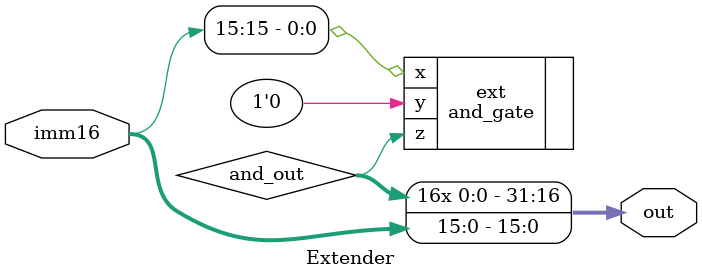
<source format=v>
module Extender(imm16, out);
    input [15:0] imm16;
    output wire [31:0] out;
    
    wire and_out;
    
    and_gate ext(.x(imm16[15]), .y(1'b0), .z(and_out)); 
    
    assign out[15:0] = imm16[15:0];
   assign out[16] = and_out;
   assign  out[17] = and_out;
   assign  out[18] = and_out;
   assign  out[19] = and_out;
   assign  out[20] = and_out;
   assign  out[21] = and_out;
   assign  out[22] = and_out;
   assign  out[23] = and_out;
   assign  out[24] = and_out;
   assign  out[25] = and_out;
   assign  out[26] = and_out;
   assign  out[27] = and_out;
   assign  out[28] = and_out;
   assign  out[29] = and_out;
   assign  out[30] = and_out;
   assign  out[31] = and_out;

endmodule
    

</source>
